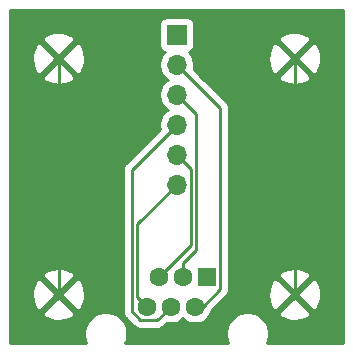
<source format=gbr>
G04 #@! TF.GenerationSoftware,KiCad,Pcbnew,(5.1.9)-1*
G04 #@! TF.CreationDate,2022-02-01T16:59:12-07:00*
G04 #@! TF.ProjectId,Limit_to_RJ11,4c696d69-745f-4746-9f5f-524a31312e6b,rev?*
G04 #@! TF.SameCoordinates,Original*
G04 #@! TF.FileFunction,Copper,L1,Top*
G04 #@! TF.FilePolarity,Positive*
%FSLAX46Y46*%
G04 Gerber Fmt 4.6, Leading zero omitted, Abs format (unit mm)*
G04 Created by KiCad (PCBNEW (5.1.9)-1) date 2022-02-01 16:59:12*
%MOMM*%
%LPD*%
G01*
G04 APERTURE LIST*
G04 #@! TA.AperFunction,ComponentPad*
%ADD10C,1.600000*%
G04 #@! TD*
G04 #@! TA.AperFunction,ComponentPad*
%ADD11R,1.600000X1.600000*%
G04 #@! TD*
G04 #@! TA.AperFunction,ComponentPad*
%ADD12R,1.700000X1.700000*%
G04 #@! TD*
G04 #@! TA.AperFunction,ComponentPad*
%ADD13O,1.700000X1.700000*%
G04 #@! TD*
G04 #@! TA.AperFunction,Conductor*
%ADD14C,0.250000*%
G04 #@! TD*
G04 #@! TA.AperFunction,Conductor*
%ADD15C,0.254000*%
G04 #@! TD*
G04 #@! TA.AperFunction,Conductor*
%ADD16C,0.100000*%
G04 #@! TD*
G04 APERTURE END LIST*
D10*
X14490000Y-26020000D03*
X15510000Y-23480000D03*
X16530000Y-26020000D03*
D11*
X17550000Y-23480000D03*
D10*
X12450000Y-26020000D03*
X13470000Y-23480000D03*
D12*
X15000000Y-3000000D03*
D13*
X15000000Y-5540000D03*
X15000000Y-8080000D03*
X15000000Y-10620000D03*
X15000000Y-13160000D03*
X15000000Y-15700000D03*
D14*
X25000000Y-5000000D02*
X25000000Y-25000000D01*
X5000000Y-25000000D02*
X5000000Y-5000000D01*
X23980000Y-26020000D02*
X25000000Y-25000000D01*
X15510000Y-22348630D02*
X15510000Y-23480000D01*
X16625011Y-21233619D02*
X15510000Y-22348630D01*
X16625011Y-9705011D02*
X16625011Y-21233619D01*
X15000000Y-8080000D02*
X16625011Y-9705011D01*
X13364999Y-27145001D02*
X14490000Y-26020000D01*
X11909999Y-27145001D02*
X13364999Y-27145001D01*
X11199992Y-26434994D02*
X11909999Y-27145001D01*
X11199992Y-14420008D02*
X11199992Y-26434994D01*
X15000000Y-10620000D02*
X11199992Y-14420008D01*
X16175001Y-20774999D02*
X13470000Y-23480000D01*
X16175001Y-14335001D02*
X16175001Y-20774999D01*
X15000000Y-13160000D02*
X16175001Y-14335001D01*
X11650001Y-25220001D02*
X12450000Y-26020000D01*
X11650001Y-19049999D02*
X11650001Y-25220001D01*
X15000000Y-15700000D02*
X11650001Y-19049999D01*
X17195002Y-26020000D02*
X16530000Y-26020000D01*
X18675001Y-24540001D02*
X17195002Y-26020000D01*
X18675001Y-9215001D02*
X18675001Y-24540001D01*
X15000000Y-5540000D02*
X18675001Y-9215001D01*
D15*
X29115001Y-29115000D02*
X22656890Y-29115000D01*
X22764482Y-28855250D01*
X22835000Y-28500732D01*
X22835000Y-28139268D01*
X22764482Y-27784750D01*
X22626156Y-27450801D01*
X22425338Y-27150256D01*
X22169744Y-26894662D01*
X21869199Y-26693844D01*
X21552939Y-26562845D01*
X23616761Y-26562845D01*
X23784802Y-26888643D01*
X24176607Y-27089426D01*
X24600055Y-27209914D01*
X25038873Y-27245476D01*
X25476197Y-27194746D01*
X25895221Y-27059674D01*
X26215198Y-26888643D01*
X26383239Y-26562845D01*
X25000000Y-25179605D01*
X23616761Y-26562845D01*
X21552939Y-26562845D01*
X21535250Y-26555518D01*
X21180732Y-26485000D01*
X20819268Y-26485000D01*
X20464750Y-26555518D01*
X20130801Y-26693844D01*
X19830256Y-26894662D01*
X19574662Y-27150256D01*
X19373844Y-27450801D01*
X19235518Y-27784750D01*
X19165000Y-28139268D01*
X19165000Y-28500732D01*
X19235518Y-28855250D01*
X19343110Y-29115000D01*
X10656890Y-29115000D01*
X10764482Y-28855250D01*
X10835000Y-28500732D01*
X10835000Y-28139268D01*
X10764482Y-27784750D01*
X10626156Y-27450801D01*
X10425338Y-27150256D01*
X10169744Y-26894662D01*
X9869199Y-26693844D01*
X9535250Y-26555518D01*
X9180732Y-26485000D01*
X8819268Y-26485000D01*
X8464750Y-26555518D01*
X8130801Y-26693844D01*
X7830256Y-26894662D01*
X7574662Y-27150256D01*
X7373844Y-27450801D01*
X7235518Y-27784750D01*
X7165000Y-28139268D01*
X7165000Y-28500732D01*
X7235518Y-28855250D01*
X7343110Y-29115000D01*
X885000Y-29115000D01*
X885000Y-26562845D01*
X3616761Y-26562845D01*
X3784802Y-26888643D01*
X4176607Y-27089426D01*
X4600055Y-27209914D01*
X5038873Y-27245476D01*
X5476197Y-27194746D01*
X5895221Y-27059674D01*
X6215198Y-26888643D01*
X6383239Y-26562845D01*
X5000000Y-25179605D01*
X3616761Y-26562845D01*
X885000Y-26562845D01*
X885000Y-25038873D01*
X2754524Y-25038873D01*
X2805254Y-25476197D01*
X2940326Y-25895221D01*
X3111357Y-26215198D01*
X3437155Y-26383239D01*
X4820395Y-25000000D01*
X5179605Y-25000000D01*
X6562845Y-26383239D01*
X6888643Y-26215198D01*
X7089426Y-25823393D01*
X7209914Y-25399945D01*
X7245476Y-24961127D01*
X7194746Y-24523803D01*
X7059674Y-24104779D01*
X6888643Y-23784802D01*
X6562845Y-23616761D01*
X5179605Y-25000000D01*
X4820395Y-25000000D01*
X3437155Y-23616761D01*
X3111357Y-23784802D01*
X2910574Y-24176607D01*
X2790086Y-24600055D01*
X2754524Y-25038873D01*
X885000Y-25038873D01*
X885000Y-23437155D01*
X3616761Y-23437155D01*
X5000000Y-24820395D01*
X6383239Y-23437155D01*
X6215198Y-23111357D01*
X5823393Y-22910574D01*
X5399945Y-22790086D01*
X4961127Y-22754524D01*
X4523803Y-22805254D01*
X4104779Y-22940326D01*
X3784802Y-23111357D01*
X3616761Y-23437155D01*
X885000Y-23437155D01*
X885000Y-14420008D01*
X10436316Y-14420008D01*
X10439992Y-14457330D01*
X10439993Y-26397662D01*
X10436316Y-26434994D01*
X10450990Y-26583979D01*
X10494446Y-26727240D01*
X10565018Y-26859270D01*
X10594064Y-26894662D01*
X10659992Y-26974995D01*
X10688990Y-26998793D01*
X11346200Y-27656003D01*
X11369998Y-27685002D01*
X11398996Y-27708800D01*
X11485723Y-27779975D01*
X11617752Y-27850547D01*
X11761013Y-27894004D01*
X11909999Y-27908678D01*
X11947332Y-27905001D01*
X13327677Y-27905001D01*
X13364999Y-27908677D01*
X13402321Y-27905001D01*
X13402332Y-27905001D01*
X13513985Y-27894004D01*
X13657246Y-27850547D01*
X13789275Y-27779975D01*
X13905000Y-27685002D01*
X13928803Y-27655999D01*
X14166113Y-27418688D01*
X14348665Y-27455000D01*
X14631335Y-27455000D01*
X14908574Y-27399853D01*
X15169727Y-27291680D01*
X15404759Y-27134637D01*
X15510000Y-27029396D01*
X15615241Y-27134637D01*
X15850273Y-27291680D01*
X16111426Y-27399853D01*
X16388665Y-27455000D01*
X16671335Y-27455000D01*
X16948574Y-27399853D01*
X17209727Y-27291680D01*
X17444759Y-27134637D01*
X17644637Y-26934759D01*
X17801680Y-26699727D01*
X17909853Y-26438574D01*
X17924410Y-26365393D01*
X19186004Y-25103800D01*
X19215002Y-25080002D01*
X19248755Y-25038873D01*
X22754524Y-25038873D01*
X22805254Y-25476197D01*
X22940326Y-25895221D01*
X23111357Y-26215198D01*
X23437155Y-26383239D01*
X24820395Y-25000000D01*
X25179605Y-25000000D01*
X26562845Y-26383239D01*
X26888643Y-26215198D01*
X27089426Y-25823393D01*
X27209914Y-25399945D01*
X27245476Y-24961127D01*
X27194746Y-24523803D01*
X27059674Y-24104779D01*
X26888643Y-23784802D01*
X26562845Y-23616761D01*
X25179605Y-25000000D01*
X24820395Y-25000000D01*
X23437155Y-23616761D01*
X23111357Y-23784802D01*
X22910574Y-24176607D01*
X22790086Y-24600055D01*
X22754524Y-25038873D01*
X19248755Y-25038873D01*
X19309975Y-24964277D01*
X19380547Y-24832248D01*
X19424004Y-24688987D01*
X19435001Y-24577334D01*
X19435001Y-24577326D01*
X19438677Y-24540001D01*
X19435001Y-24502676D01*
X19435001Y-23437155D01*
X23616761Y-23437155D01*
X25000000Y-24820395D01*
X26383239Y-23437155D01*
X26215198Y-23111357D01*
X25823393Y-22910574D01*
X25399945Y-22790086D01*
X24961127Y-22754524D01*
X24523803Y-22805254D01*
X24104779Y-22940326D01*
X23784802Y-23111357D01*
X23616761Y-23437155D01*
X19435001Y-23437155D01*
X19435001Y-9252323D01*
X19438677Y-9215000D01*
X19435001Y-9177677D01*
X19435001Y-9177668D01*
X19424004Y-9066015D01*
X19380547Y-8922754D01*
X19309975Y-8790725D01*
X19215002Y-8675000D01*
X19186005Y-8651203D01*
X17097647Y-6562845D01*
X23616761Y-6562845D01*
X23784802Y-6888643D01*
X24176607Y-7089426D01*
X24600055Y-7209914D01*
X25038873Y-7245476D01*
X25476197Y-7194746D01*
X25895221Y-7059674D01*
X26215198Y-6888643D01*
X26383239Y-6562845D01*
X25000000Y-5179605D01*
X23616761Y-6562845D01*
X17097647Y-6562845D01*
X16441209Y-5906408D01*
X16485000Y-5686260D01*
X16485000Y-5393740D01*
X16427932Y-5106842D01*
X16399779Y-5038873D01*
X22754524Y-5038873D01*
X22805254Y-5476197D01*
X22940326Y-5895221D01*
X23111357Y-6215198D01*
X23437155Y-6383239D01*
X24820395Y-5000000D01*
X25179605Y-5000000D01*
X26562845Y-6383239D01*
X26888643Y-6215198D01*
X27089426Y-5823393D01*
X27209914Y-5399945D01*
X27245476Y-4961127D01*
X27194746Y-4523803D01*
X27059674Y-4104779D01*
X26888643Y-3784802D01*
X26562845Y-3616761D01*
X25179605Y-5000000D01*
X24820395Y-5000000D01*
X23437155Y-3616761D01*
X23111357Y-3784802D01*
X22910574Y-4176607D01*
X22790086Y-4600055D01*
X22754524Y-5038873D01*
X16399779Y-5038873D01*
X16315990Y-4836589D01*
X16153475Y-4593368D01*
X16021620Y-4461513D01*
X16094180Y-4439502D01*
X16204494Y-4380537D01*
X16301185Y-4301185D01*
X16380537Y-4204494D01*
X16439502Y-4094180D01*
X16475812Y-3974482D01*
X16488072Y-3850000D01*
X16488072Y-3437155D01*
X23616761Y-3437155D01*
X25000000Y-4820395D01*
X26383239Y-3437155D01*
X26215198Y-3111357D01*
X25823393Y-2910574D01*
X25399945Y-2790086D01*
X24961127Y-2754524D01*
X24523803Y-2805254D01*
X24104779Y-2940326D01*
X23784802Y-3111357D01*
X23616761Y-3437155D01*
X16488072Y-3437155D01*
X16488072Y-2150000D01*
X16475812Y-2025518D01*
X16439502Y-1905820D01*
X16380537Y-1795506D01*
X16301185Y-1698815D01*
X16204494Y-1619463D01*
X16094180Y-1560498D01*
X15974482Y-1524188D01*
X15850000Y-1511928D01*
X14150000Y-1511928D01*
X14025518Y-1524188D01*
X13905820Y-1560498D01*
X13795506Y-1619463D01*
X13698815Y-1698815D01*
X13619463Y-1795506D01*
X13560498Y-1905820D01*
X13524188Y-2025518D01*
X13511928Y-2150000D01*
X13511928Y-3850000D01*
X13524188Y-3974482D01*
X13560498Y-4094180D01*
X13619463Y-4204494D01*
X13698815Y-4301185D01*
X13795506Y-4380537D01*
X13905820Y-4439502D01*
X13978380Y-4461513D01*
X13846525Y-4593368D01*
X13684010Y-4836589D01*
X13572068Y-5106842D01*
X13515000Y-5393740D01*
X13515000Y-5686260D01*
X13572068Y-5973158D01*
X13684010Y-6243411D01*
X13846525Y-6486632D01*
X14053368Y-6693475D01*
X14227760Y-6810000D01*
X14053368Y-6926525D01*
X13846525Y-7133368D01*
X13684010Y-7376589D01*
X13572068Y-7646842D01*
X13515000Y-7933740D01*
X13515000Y-8226260D01*
X13572068Y-8513158D01*
X13684010Y-8783411D01*
X13846525Y-9026632D01*
X14053368Y-9233475D01*
X14227760Y-9350000D01*
X14053368Y-9466525D01*
X13846525Y-9673368D01*
X13684010Y-9916589D01*
X13572068Y-10186842D01*
X13515000Y-10473740D01*
X13515000Y-10766260D01*
X13558790Y-10986408D01*
X10688995Y-13856204D01*
X10659991Y-13880007D01*
X10634782Y-13910725D01*
X10565018Y-13995732D01*
X10539884Y-14042754D01*
X10494446Y-14127762D01*
X10450989Y-14271023D01*
X10439992Y-14382676D01*
X10439992Y-14382686D01*
X10436316Y-14420008D01*
X885000Y-14420008D01*
X885000Y-6562845D01*
X3616761Y-6562845D01*
X3784802Y-6888643D01*
X4176607Y-7089426D01*
X4600055Y-7209914D01*
X5038873Y-7245476D01*
X5476197Y-7194746D01*
X5895221Y-7059674D01*
X6215198Y-6888643D01*
X6383239Y-6562845D01*
X5000000Y-5179605D01*
X3616761Y-6562845D01*
X885000Y-6562845D01*
X885000Y-5038873D01*
X2754524Y-5038873D01*
X2805254Y-5476197D01*
X2940326Y-5895221D01*
X3111357Y-6215198D01*
X3437155Y-6383239D01*
X4820395Y-5000000D01*
X5179605Y-5000000D01*
X6562845Y-6383239D01*
X6888643Y-6215198D01*
X7089426Y-5823393D01*
X7209914Y-5399945D01*
X7245476Y-4961127D01*
X7194746Y-4523803D01*
X7059674Y-4104779D01*
X6888643Y-3784802D01*
X6562845Y-3616761D01*
X5179605Y-5000000D01*
X4820395Y-5000000D01*
X3437155Y-3616761D01*
X3111357Y-3784802D01*
X2910574Y-4176607D01*
X2790086Y-4600055D01*
X2754524Y-5038873D01*
X885000Y-5038873D01*
X885000Y-3437155D01*
X3616761Y-3437155D01*
X5000000Y-4820395D01*
X6383239Y-3437155D01*
X6215198Y-3111357D01*
X5823393Y-2910574D01*
X5399945Y-2790086D01*
X4961127Y-2754524D01*
X4523803Y-2805254D01*
X4104779Y-2940326D01*
X3784802Y-3111357D01*
X3616761Y-3437155D01*
X885000Y-3437155D01*
X885000Y-885000D01*
X29115000Y-885000D01*
X29115001Y-29115000D01*
G04 #@! TA.AperFunction,Conductor*
D16*
G36*
X29115001Y-29115000D02*
G01*
X22656890Y-29115000D01*
X22764482Y-28855250D01*
X22835000Y-28500732D01*
X22835000Y-28139268D01*
X22764482Y-27784750D01*
X22626156Y-27450801D01*
X22425338Y-27150256D01*
X22169744Y-26894662D01*
X21869199Y-26693844D01*
X21552939Y-26562845D01*
X23616761Y-26562845D01*
X23784802Y-26888643D01*
X24176607Y-27089426D01*
X24600055Y-27209914D01*
X25038873Y-27245476D01*
X25476197Y-27194746D01*
X25895221Y-27059674D01*
X26215198Y-26888643D01*
X26383239Y-26562845D01*
X25000000Y-25179605D01*
X23616761Y-26562845D01*
X21552939Y-26562845D01*
X21535250Y-26555518D01*
X21180732Y-26485000D01*
X20819268Y-26485000D01*
X20464750Y-26555518D01*
X20130801Y-26693844D01*
X19830256Y-26894662D01*
X19574662Y-27150256D01*
X19373844Y-27450801D01*
X19235518Y-27784750D01*
X19165000Y-28139268D01*
X19165000Y-28500732D01*
X19235518Y-28855250D01*
X19343110Y-29115000D01*
X10656890Y-29115000D01*
X10764482Y-28855250D01*
X10835000Y-28500732D01*
X10835000Y-28139268D01*
X10764482Y-27784750D01*
X10626156Y-27450801D01*
X10425338Y-27150256D01*
X10169744Y-26894662D01*
X9869199Y-26693844D01*
X9535250Y-26555518D01*
X9180732Y-26485000D01*
X8819268Y-26485000D01*
X8464750Y-26555518D01*
X8130801Y-26693844D01*
X7830256Y-26894662D01*
X7574662Y-27150256D01*
X7373844Y-27450801D01*
X7235518Y-27784750D01*
X7165000Y-28139268D01*
X7165000Y-28500732D01*
X7235518Y-28855250D01*
X7343110Y-29115000D01*
X885000Y-29115000D01*
X885000Y-26562845D01*
X3616761Y-26562845D01*
X3784802Y-26888643D01*
X4176607Y-27089426D01*
X4600055Y-27209914D01*
X5038873Y-27245476D01*
X5476197Y-27194746D01*
X5895221Y-27059674D01*
X6215198Y-26888643D01*
X6383239Y-26562845D01*
X5000000Y-25179605D01*
X3616761Y-26562845D01*
X885000Y-26562845D01*
X885000Y-25038873D01*
X2754524Y-25038873D01*
X2805254Y-25476197D01*
X2940326Y-25895221D01*
X3111357Y-26215198D01*
X3437155Y-26383239D01*
X4820395Y-25000000D01*
X5179605Y-25000000D01*
X6562845Y-26383239D01*
X6888643Y-26215198D01*
X7089426Y-25823393D01*
X7209914Y-25399945D01*
X7245476Y-24961127D01*
X7194746Y-24523803D01*
X7059674Y-24104779D01*
X6888643Y-23784802D01*
X6562845Y-23616761D01*
X5179605Y-25000000D01*
X4820395Y-25000000D01*
X3437155Y-23616761D01*
X3111357Y-23784802D01*
X2910574Y-24176607D01*
X2790086Y-24600055D01*
X2754524Y-25038873D01*
X885000Y-25038873D01*
X885000Y-23437155D01*
X3616761Y-23437155D01*
X5000000Y-24820395D01*
X6383239Y-23437155D01*
X6215198Y-23111357D01*
X5823393Y-22910574D01*
X5399945Y-22790086D01*
X4961127Y-22754524D01*
X4523803Y-22805254D01*
X4104779Y-22940326D01*
X3784802Y-23111357D01*
X3616761Y-23437155D01*
X885000Y-23437155D01*
X885000Y-14420008D01*
X10436316Y-14420008D01*
X10439992Y-14457330D01*
X10439993Y-26397662D01*
X10436316Y-26434994D01*
X10450990Y-26583979D01*
X10494446Y-26727240D01*
X10565018Y-26859270D01*
X10594064Y-26894662D01*
X10659992Y-26974995D01*
X10688990Y-26998793D01*
X11346200Y-27656003D01*
X11369998Y-27685002D01*
X11398996Y-27708800D01*
X11485723Y-27779975D01*
X11617752Y-27850547D01*
X11761013Y-27894004D01*
X11909999Y-27908678D01*
X11947332Y-27905001D01*
X13327677Y-27905001D01*
X13364999Y-27908677D01*
X13402321Y-27905001D01*
X13402332Y-27905001D01*
X13513985Y-27894004D01*
X13657246Y-27850547D01*
X13789275Y-27779975D01*
X13905000Y-27685002D01*
X13928803Y-27655999D01*
X14166113Y-27418688D01*
X14348665Y-27455000D01*
X14631335Y-27455000D01*
X14908574Y-27399853D01*
X15169727Y-27291680D01*
X15404759Y-27134637D01*
X15510000Y-27029396D01*
X15615241Y-27134637D01*
X15850273Y-27291680D01*
X16111426Y-27399853D01*
X16388665Y-27455000D01*
X16671335Y-27455000D01*
X16948574Y-27399853D01*
X17209727Y-27291680D01*
X17444759Y-27134637D01*
X17644637Y-26934759D01*
X17801680Y-26699727D01*
X17909853Y-26438574D01*
X17924410Y-26365393D01*
X19186004Y-25103800D01*
X19215002Y-25080002D01*
X19248755Y-25038873D01*
X22754524Y-25038873D01*
X22805254Y-25476197D01*
X22940326Y-25895221D01*
X23111357Y-26215198D01*
X23437155Y-26383239D01*
X24820395Y-25000000D01*
X25179605Y-25000000D01*
X26562845Y-26383239D01*
X26888643Y-26215198D01*
X27089426Y-25823393D01*
X27209914Y-25399945D01*
X27245476Y-24961127D01*
X27194746Y-24523803D01*
X27059674Y-24104779D01*
X26888643Y-23784802D01*
X26562845Y-23616761D01*
X25179605Y-25000000D01*
X24820395Y-25000000D01*
X23437155Y-23616761D01*
X23111357Y-23784802D01*
X22910574Y-24176607D01*
X22790086Y-24600055D01*
X22754524Y-25038873D01*
X19248755Y-25038873D01*
X19309975Y-24964277D01*
X19380547Y-24832248D01*
X19424004Y-24688987D01*
X19435001Y-24577334D01*
X19435001Y-24577326D01*
X19438677Y-24540001D01*
X19435001Y-24502676D01*
X19435001Y-23437155D01*
X23616761Y-23437155D01*
X25000000Y-24820395D01*
X26383239Y-23437155D01*
X26215198Y-23111357D01*
X25823393Y-22910574D01*
X25399945Y-22790086D01*
X24961127Y-22754524D01*
X24523803Y-22805254D01*
X24104779Y-22940326D01*
X23784802Y-23111357D01*
X23616761Y-23437155D01*
X19435001Y-23437155D01*
X19435001Y-9252323D01*
X19438677Y-9215000D01*
X19435001Y-9177677D01*
X19435001Y-9177668D01*
X19424004Y-9066015D01*
X19380547Y-8922754D01*
X19309975Y-8790725D01*
X19215002Y-8675000D01*
X19186005Y-8651203D01*
X17097647Y-6562845D01*
X23616761Y-6562845D01*
X23784802Y-6888643D01*
X24176607Y-7089426D01*
X24600055Y-7209914D01*
X25038873Y-7245476D01*
X25476197Y-7194746D01*
X25895221Y-7059674D01*
X26215198Y-6888643D01*
X26383239Y-6562845D01*
X25000000Y-5179605D01*
X23616761Y-6562845D01*
X17097647Y-6562845D01*
X16441209Y-5906408D01*
X16485000Y-5686260D01*
X16485000Y-5393740D01*
X16427932Y-5106842D01*
X16399779Y-5038873D01*
X22754524Y-5038873D01*
X22805254Y-5476197D01*
X22940326Y-5895221D01*
X23111357Y-6215198D01*
X23437155Y-6383239D01*
X24820395Y-5000000D01*
X25179605Y-5000000D01*
X26562845Y-6383239D01*
X26888643Y-6215198D01*
X27089426Y-5823393D01*
X27209914Y-5399945D01*
X27245476Y-4961127D01*
X27194746Y-4523803D01*
X27059674Y-4104779D01*
X26888643Y-3784802D01*
X26562845Y-3616761D01*
X25179605Y-5000000D01*
X24820395Y-5000000D01*
X23437155Y-3616761D01*
X23111357Y-3784802D01*
X22910574Y-4176607D01*
X22790086Y-4600055D01*
X22754524Y-5038873D01*
X16399779Y-5038873D01*
X16315990Y-4836589D01*
X16153475Y-4593368D01*
X16021620Y-4461513D01*
X16094180Y-4439502D01*
X16204494Y-4380537D01*
X16301185Y-4301185D01*
X16380537Y-4204494D01*
X16439502Y-4094180D01*
X16475812Y-3974482D01*
X16488072Y-3850000D01*
X16488072Y-3437155D01*
X23616761Y-3437155D01*
X25000000Y-4820395D01*
X26383239Y-3437155D01*
X26215198Y-3111357D01*
X25823393Y-2910574D01*
X25399945Y-2790086D01*
X24961127Y-2754524D01*
X24523803Y-2805254D01*
X24104779Y-2940326D01*
X23784802Y-3111357D01*
X23616761Y-3437155D01*
X16488072Y-3437155D01*
X16488072Y-2150000D01*
X16475812Y-2025518D01*
X16439502Y-1905820D01*
X16380537Y-1795506D01*
X16301185Y-1698815D01*
X16204494Y-1619463D01*
X16094180Y-1560498D01*
X15974482Y-1524188D01*
X15850000Y-1511928D01*
X14150000Y-1511928D01*
X14025518Y-1524188D01*
X13905820Y-1560498D01*
X13795506Y-1619463D01*
X13698815Y-1698815D01*
X13619463Y-1795506D01*
X13560498Y-1905820D01*
X13524188Y-2025518D01*
X13511928Y-2150000D01*
X13511928Y-3850000D01*
X13524188Y-3974482D01*
X13560498Y-4094180D01*
X13619463Y-4204494D01*
X13698815Y-4301185D01*
X13795506Y-4380537D01*
X13905820Y-4439502D01*
X13978380Y-4461513D01*
X13846525Y-4593368D01*
X13684010Y-4836589D01*
X13572068Y-5106842D01*
X13515000Y-5393740D01*
X13515000Y-5686260D01*
X13572068Y-5973158D01*
X13684010Y-6243411D01*
X13846525Y-6486632D01*
X14053368Y-6693475D01*
X14227760Y-6810000D01*
X14053368Y-6926525D01*
X13846525Y-7133368D01*
X13684010Y-7376589D01*
X13572068Y-7646842D01*
X13515000Y-7933740D01*
X13515000Y-8226260D01*
X13572068Y-8513158D01*
X13684010Y-8783411D01*
X13846525Y-9026632D01*
X14053368Y-9233475D01*
X14227760Y-9350000D01*
X14053368Y-9466525D01*
X13846525Y-9673368D01*
X13684010Y-9916589D01*
X13572068Y-10186842D01*
X13515000Y-10473740D01*
X13515000Y-10766260D01*
X13558790Y-10986408D01*
X10688995Y-13856204D01*
X10659991Y-13880007D01*
X10634782Y-13910725D01*
X10565018Y-13995732D01*
X10539884Y-14042754D01*
X10494446Y-14127762D01*
X10450989Y-14271023D01*
X10439992Y-14382676D01*
X10439992Y-14382686D01*
X10436316Y-14420008D01*
X885000Y-14420008D01*
X885000Y-6562845D01*
X3616761Y-6562845D01*
X3784802Y-6888643D01*
X4176607Y-7089426D01*
X4600055Y-7209914D01*
X5038873Y-7245476D01*
X5476197Y-7194746D01*
X5895221Y-7059674D01*
X6215198Y-6888643D01*
X6383239Y-6562845D01*
X5000000Y-5179605D01*
X3616761Y-6562845D01*
X885000Y-6562845D01*
X885000Y-5038873D01*
X2754524Y-5038873D01*
X2805254Y-5476197D01*
X2940326Y-5895221D01*
X3111357Y-6215198D01*
X3437155Y-6383239D01*
X4820395Y-5000000D01*
X5179605Y-5000000D01*
X6562845Y-6383239D01*
X6888643Y-6215198D01*
X7089426Y-5823393D01*
X7209914Y-5399945D01*
X7245476Y-4961127D01*
X7194746Y-4523803D01*
X7059674Y-4104779D01*
X6888643Y-3784802D01*
X6562845Y-3616761D01*
X5179605Y-5000000D01*
X4820395Y-5000000D01*
X3437155Y-3616761D01*
X3111357Y-3784802D01*
X2910574Y-4176607D01*
X2790086Y-4600055D01*
X2754524Y-5038873D01*
X885000Y-5038873D01*
X885000Y-3437155D01*
X3616761Y-3437155D01*
X5000000Y-4820395D01*
X6383239Y-3437155D01*
X6215198Y-3111357D01*
X5823393Y-2910574D01*
X5399945Y-2790086D01*
X4961127Y-2754524D01*
X4523803Y-2805254D01*
X4104779Y-2940326D01*
X3784802Y-3111357D01*
X3616761Y-3437155D01*
X885000Y-3437155D01*
X885000Y-885000D01*
X29115000Y-885000D01*
X29115001Y-29115000D01*
G37*
G04 #@! TD.AperFunction*
M02*

</source>
